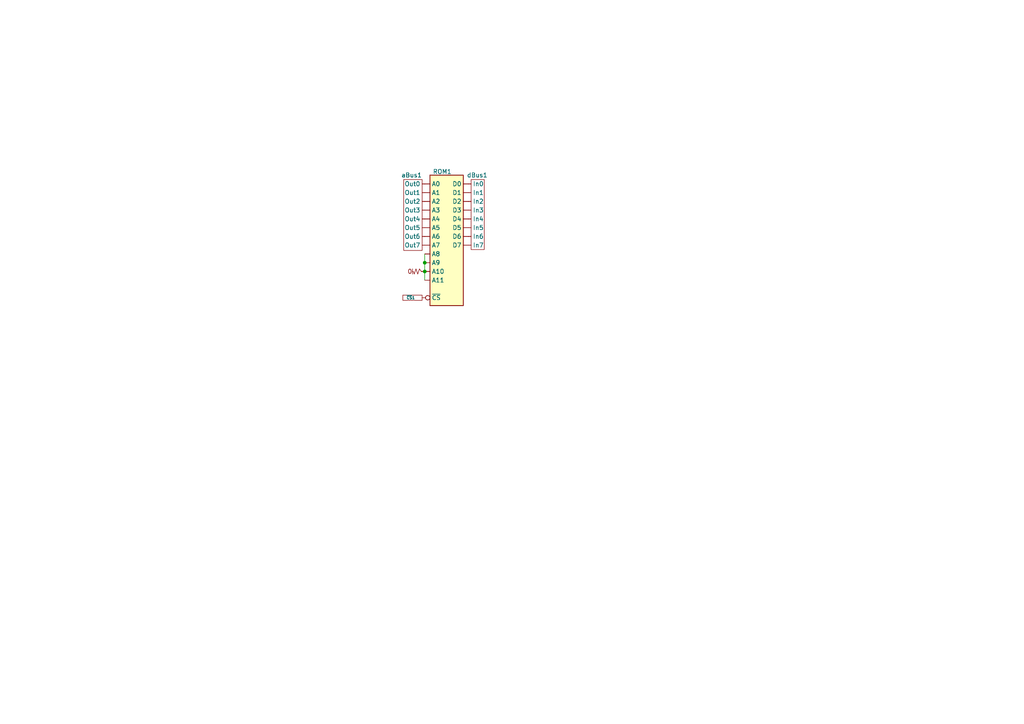
<source format=kicad_sch>
(kicad_sch (version 20230121) (generator eeschema)
  (paper "A4")
  (lib_symbols
    (symbol "Tests:InBus" (pin_numbers hide)
      (property "Reference" "InBus" (at 1.512 11.176 0))
      (symbol "InBus_0_1"
        (rectangle (start 0.75 10.16) (end 4.56 -10.16))
      )
      (symbol "InBus_1_1"
        (pin input line (at 0 8.89 0) (length 0.75) (name "In0") (number "0"))
        (pin input line (at 0 6.35 0) (length 0.75) (name "In1") (number "1"))
        (pin input line (at 0 3.81 0) (length 0.75) (name "In2") (number "2"))
        (pin input line (at 0 1.27 0) (length 0.75) (name "In3") (number "3"))
        (pin input line (at 0 -1.27 0) (length 0.75) (name "In4") (number "4"))
        (pin input line (at 0 -3.81 0) (length 0.75) (name "In5") (number "5"))
        (pin input line (at 0 -6.35 0) (length 0.75) (name "In6") (number "6"))
        (pin input line (at 0 -8.89 0) (length 0.75) (name "In7") (number "7"))
      )
    )
    (symbol "Tests:OutBus" (pin_numbers hide)
      (property "Reference" "OutBus" (at -1.524 11.176 0))
      (symbol "OutBus_0_1"
        (rectangle (start -6.096 10.16) (end -0.75 -10.414))
      )
      (symbol "OutBus_1_1"
        (pin output line (at 0 8.89 180) (length 0.75) (name "Out0") (number "0"))
        (pin output line (at 0 6.35 180) (length 0.75) (name "Out1") (number "1"))
        (pin output line (at 0 3.81 180) (length 0.75) (name "Out2") (number "2"))
        (pin output line (at 0 1.27 180) (length 0.75) (name "Out3") (number "3"))
        (pin output line (at 0 -1.27 180) (length 0.75) (name "Out4") (number "4"))
        (pin output line (at 0 -3.81 180) (length 0.75) (name "Out5") (number "5"))
        (pin output line (at 0 -6.35 180) (length 0.75) (name "Out6") (number "6"))
        (pin output line (at 0 -8.89 180) (length 0.75) (name "Out7") (number "7"))
      )
    )
    (symbol "Tests:OutPin" (pin_numbers hide) (pin_names hide)
      (property "Reference" "OutPin" (at -4.064 0 0))
      (symbol "OutPin_0_1"
        (rectangle (start -6.35 0.762) (end -0.762 -0.762))
      )
      (symbol "OutPin_1_1"
        (pin output line (at 0 0 180) (length 0.75) (name "Out") (number "1"))
      )
    )
    (symbol "chip:PULLDOWN" (pin_numbers hide) (pin_names (offset 0) hide)
      (symbol "PULLDOWN_0_1"
        (polyline (pts (xy -3.556 0) (xy -3.556 -0.762)))
        (polyline (pts (xy -1.016 0) (xy -1.524 0.762) (xy -2.032 -0.762) (xy -2.54 0.762) (xy -3.048 -0.762) (xy -3.302 0) (xy -3.556 0) (xy -3.556 0.762)))
      )
      (symbol "PULLDOWN_1_1"
        (text "0" (at -4.318 0 0) (effects (font (size 1.27 1.27))))
        (pin tri_state line (at 0 0 180) (length 1) (name "OUT") (number "1"))
      )
    )
    (symbol "chip:ROM4K" (pin_numbers hide)
      (property "Reference" "ROM" (at -1.27 20.066 0))
      (symbol "ROM4K_1_1"
        (rectangle (start -4.826 19.05) (end 4.826 -18.796) (stroke (width 0.254)) (fill (type background)))
        (pin input line (at -6.35 16.51 0) (length 1.5) (name "A0") (number "1"))
        (pin input line (at -6.35 -1.27 0) (length 1.5) (name "A7") (number "10"))
        (pin input line (at -6.35 -3.81 0) (length 1.5) (name "A8") (number "11"))
        (pin input line (at -6.35 -6.35 0) (length 1.5) (name "A9") (number "12"))
        (pin tri_state line (at 6.35 16.51 180) (length 1.5) (name "D0") (number "13"))
        (pin tri_state line (at 6.35 13.97 180) (length 1.5) (name "D1") (number "14"))
        (pin tri_state line (at 6.35 11.43 180) (length 1.5) (name "D2") (number "15"))
        (pin tri_state line (at 6.35 8.89 180) (length 1.5) (name "D3") (number "16"))
        (pin tri_state line (at 6.35 6.35 180) (length 1.5) (name "D4") (number "17"))
        (pin tri_state line (at 6.35 3.81 180) (length 1.5) (name "D5") (number "18"))
        (pin tri_state line (at 6.35 1.27 180) (length 1.5) (name "D6") (number "19"))
        (pin input line (at -6.35 13.97 0) (length 1.5) (name "A1") (number "2"))
        (pin tri_state line (at 6.35 -1.27 180) (length 1.5) (name "D7") (number "20"))
        (pin input inverted (at -6.35 -16.51 0) (length 1.5) (name "~{CS}") (number "21"))
        (pin input line (at -6.35 -8.89 0) (length 1.5) (name "A10") (number "3"))
        (pin input line (at -6.35 -11.43 0) (length 1.5) (name "A11") (number "4"))
        (pin input line (at -6.35 11.43 0) (length 1.5) (name "A2") (number "5"))
        (pin input line (at -6.35 8.89 0) (length 1.5) (name "A3") (number "6"))
        (pin input line (at -6.35 6.35 0) (length 1.5) (name "A4") (number "7"))
        (pin input line (at -6.35 3.81 0) (length 1.5) (name "A5") (number "8"))
        (pin input line (at -6.35 1.27 0) (length 1.5) (name "A6") (number "9"))
      )
    )
  )
  (junction (at 123.19 76.2))
  (junction (at 123.19 78.74))
  (wire (pts (xy 123.19 78.74) (xy 123.19 81.28)))
  (wire (pts (xy 123.19 73.66) (xy 123.19 76.2)))
  (wire (pts (xy 123.19 76.2) (xy 123.19 78.74)))
  (symbol (lib_id "Tests:InBus") (at 135.89 62.23 0) (unit 1)
    (property "Reference" "dBus1" (at 138.43 50.8 0))
    (property "Value" "InBus" (effects hide))
  )
  (symbol (lib_id "chip:PULLDOWN") (at 123.19 78.74 0) (unit 1)
    (property "Reference" "pulldown1" (effects hide))
    (property "Value" "pull_down" (effects hide))
  )
  (symbol (lib_id "Tests:OutBus") (at 123.19 62.23 0) (unit 1)
    (property "Reference" "aBus1" (at 119.38 50.8 0))
    (property "Value" "OutBus" (effects hide))
  )
  (symbol (lib_id "Tests:OutPin") (at 123.19 86.36 0) (unit 1)
    (property "Reference" "~{CS}1" (at 119.126 86.36 0) (effects (font (size 0.8 0.8))))
    (property "Value" "OutPin" (effects hide))
  )
  (symbol (lib_id "chip:ROM4K") (at 129.54 69.85 0) (unit 1)
    (property "Reference" "ROM1" (at 128.27 49.784 0))
    (property "Value" "ROM" (effects hide))
    (property "SymPartParam" "file=test/resources/rom.bin" (effects hide))
  )
)
</source>
